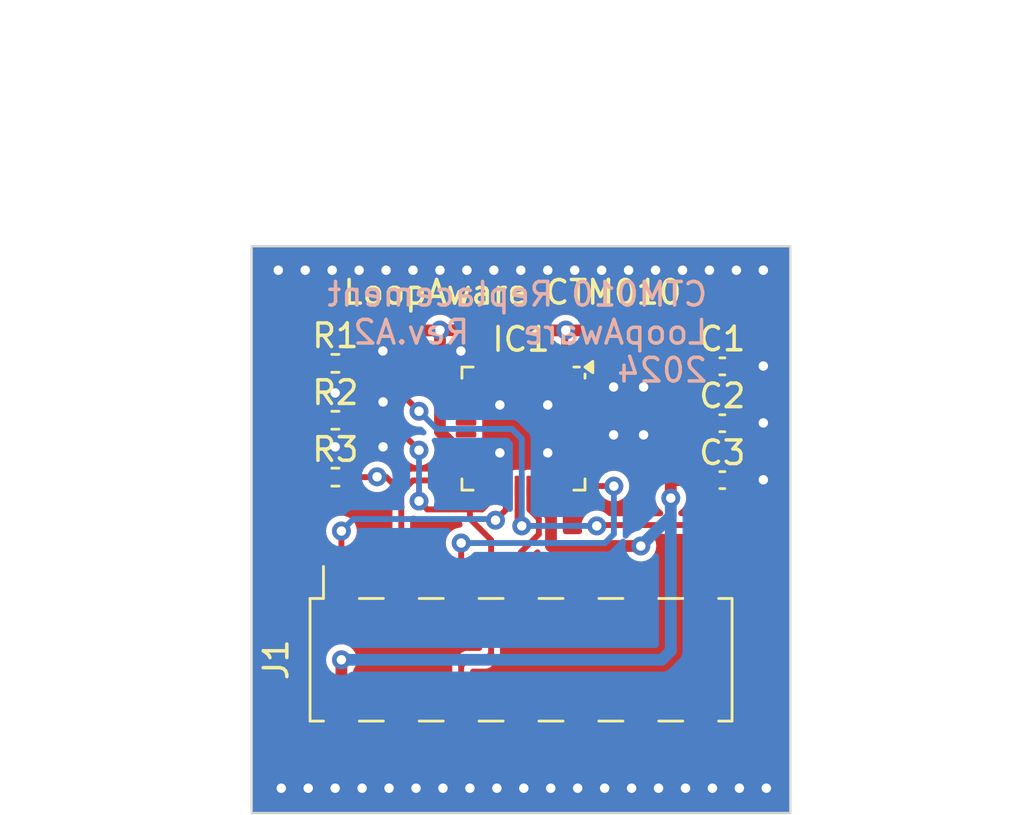
<source format=kicad_pcb>
(kicad_pcb (version 20221018) (generator pcbnew)
  (layers (0 "F.Cu" signal) (31 "B.Cu" signal) (34 "B.Paste" user) (35 "F.Paste" user) (36 "B.SilkS" user "B.Silkscreen") (37 "F.SilkS" user "F.Silkscreen") (38 "B.Mask" user) (39 "F.Mask" user) (44 "Edge.Cuts" user))
  (net 0 "")
  (net 1 "GND")
  (net 2 "IRQ")
  (net 3 "SPI_CLK")
  (net 4 "SPI_MOSI")
  (net 5 "SPI_MISO")
  (net 13 "VDD")
  (net 14 "RESET")
  (net 15 "SPI_CS")
  (footprint "Capacitor_SMD:C_0402_1005Metric" (layer "F.Cu") (at 155.9945 91.454)
    (fp_text reference "C2" (at 0 -1.16) (layer "F.SilkS"))
    (fp_text value "100n")
    (fp_line (start -0.107836 -0.36) (end 0.107836 -0.36) (stroke (width 0.12)) (layer "F.SilkS"))
    (fp_line (start -0.107836 0.36) (end 0.107836 0.36) (stroke (width 0.12)) (layer "F.SilkS"))
    (pad "1" smd roundrect (at -0.48 0) (size 0.56 0.62) (layers "F.Cu" "F.Paste" "F.Mask") (net 13 "VDD"))
    (pad "2" smd roundrect (at 0.48 0) (size 0.56 0.62) (layers "F.Cu" "F.Paste" "F.Mask") (net 1 "GND"))
  )
  (footprint "Resistor_SMD:R_0402_1005Metric" (layer "F.Cu") (at 139.5815 91.327)
    (fp_text reference "R2" (at 0 -1.17) (layer "F.SilkS"))
    (fp_text value "10k")
    (fp_line (start -0.153641 -0.38) (end 0.153641 -0.38) (stroke (width 0.12)) (layer "F.SilkS"))
    (fp_line (start -0.153641 0.38) (end 0.153641 0.38) (stroke (width 0.12)) (layer "F.SilkS"))
    (pad "1" smd roundrect (at -0.51 0) (size 0.54 0.64) (layers "F.Cu" "F.Paste" "F.Mask") (net 13 "VDD"))
    (pad "2" smd roundrect (at 0.51 0) (size 0.54 0.64) (layers "F.Cu" "F.Paste" "F.Mask") (net 2 "IRQ"))
  )
  (footprint "Connector_PinSocket_2.54mm:PinSocket_2x07_P2.54mm_Vertical_SMD" (layer "F.Cu") (at 147.4575 101.487 90)
    (fp_text reference "J1" (at 0 -10.39 90) (layer "F.SilkS"))
    (fp_text value "C84005")
    (fp_line (start -2.6 -8.95) (end -2.6 -8.38) (stroke (width 0.12)) (layer "F.SilkS"))
    (fp_line (start -2.6 -8.95) (end 2.6 -8.95) (stroke (width 0.12)) (layer "F.SilkS"))
    (fp_line (start -2.6 -6.86) (end -2.6 -5.84) (stroke (width 0.12)) (layer "F.SilkS"))
    (fp_line (start -2.6 -4.32) (end -2.6 -3.3) (stroke (width 0.12)) (layer "F.SilkS"))
    (fp_line (start -2.6 -1.78) (end -2.6 -0.76) (stroke (width 0.12)) (layer "F.SilkS"))
    (fp_line (start -2.6 0.76) (end -2.6 1.78) (stroke (width 0.12)) (layer "F.SilkS"))
    (fp_line (start -2.6 3.3) (end -2.6 4.32) (stroke (width 0.12)) (layer "F.SilkS"))
    (fp_line (start -2.6 5.84) (end -2.6 6.86) (stroke (width 0.12)) (layer "F.SilkS"))
    (fp_line (start -2.6 8.38) (end -2.6 8.95) (stroke (width 0.12)) (layer "F.SilkS"))
    (fp_line (start -2.6 8.95) (end 2.6 8.95) (stroke (width 0.12)) (layer "F.SilkS"))
    (fp_line (start 2.6 -8.95) (end 2.6 -8.38) (stroke (width 0.12)) (layer "F.SilkS"))
    (fp_line (start 2.6 -8.38) (end 3.96 -8.38) (stroke (width 0.12)) (layer "F.SilkS"))
    (fp_line (start 2.6 -6.86) (end 2.6 -5.84) (stroke (width 0.12)) (layer "F.SilkS"))
    (fp_line (start 2.6 -4.32) (end 2.6 -3.3) (stroke (width 0.12)) (layer "F.SilkS"))
    (fp_line (start 2.6 -1.78) (end 2.6 -0.76) (stroke (width 0.12)) (layer "F.SilkS"))
    (fp_line (start 2.6 0.76) (end 2.6 1.78) (stroke (width 0.12)) (layer "F.SilkS"))
    (fp_line (start 2.6 3.3) (end 2.6 4.32) (stroke (width 0.12)) (layer "F.SilkS"))
    (fp_line (start 2.6 5.84) (end 2.6 6.86) (stroke (width 0.12)) (layer "F.SilkS"))
    (fp_line (start 2.6 8.38) (end 2.6 8.95) (stroke (width 0.12)) (layer "F.SilkS"))
    (pad "1" smd rect (at 2.52 -7.62 90) (size 3 1) (layers "F.Cu" "F.Paste" "F.Mask") (net 3 "SPI_CLK"))
    (pad "2" smd rect (at -2.52 -7.62 90) (size 3 1) (layers "F.Cu" "F.Paste" "F.Mask") (net 13 "VDD"))
    (pad "3" smd rect (at 2.52 -5.08 90) (size 3 1) (layers "F.Cu" "F.Paste" "F.Mask") (net 14 "RESET"))
    (pad "4" smd rect (at -2.52 -5.08 90) (size 3 1) (layers "F.Cu" "F.Paste" "F.Mask"))
    (pad "5" smd rect (at 2.52 -2.54 90) (size 3 1) (layers "F.Cu" "F.Paste" "F.Mask") (net 5 "SPI_MISO"))
    (pad "6" smd rect (at -2.52 -2.54 90) (size 3 1) (layers "F.Cu" "F.Paste" "F.Mask") (net 2 "IRQ"))
    (pad "7" smd rect (at 2.52 0 90) (size 3 1) (layers "F.Cu" "F.Paste" "F.Mask") (net 4 "SPI_MOSI"))
    (pad "8" smd rect (at -2.52 0 90) (size 3 1) (layers "F.Cu" "F.Paste" "F.Mask"))
    (pad "9" smd rect (at 2.52 2.54 90) (size 3 1) (layers "F.Cu" "F.Paste" "F.Mask"))
    (pad "10" smd rect (at -2.52 2.54 90) (size 3 1) (layers "F.Cu" "F.Paste" "F.Mask"))
    (pad "11" smd rect (at 2.52 5.08 90) (size 3 1) (layers "F.Cu" "F.Paste" "F.Mask"))
    (pad "12" smd rect (at -2.52 5.08 90) (size 3 1) (layers "F.Cu" "F.Paste" "F.Mask") (net 1 "GND"))
    (pad "13" smd rect (at 2.52 7.62 90) (size 3 1) (layers "F.Cu" "F.Paste" "F.Mask") (net 15 "SPI_CS"))
    (pad "14" smd rect (at -2.52 7.62 90) (size 3 1) (layers "F.Cu" "F.Paste" "F.Mask") (net 1 "GND"))
  )
  (footprint "Capacitor_SMD:C_0402_1005Metric" (layer "F.Cu") (at 155.9945 93.867)
    (fp_text reference "C3" (at 0 -1.16) (layer "F.SilkS"))
    (fp_text value "100n")
    (fp_line (start -0.107836 -0.36) (end 0.107836 -0.36) (stroke (width 0.12)) (layer "F.SilkS"))
    (fp_line (start -0.107836 0.36) (end 0.107836 0.36) (stroke (width 0.12)) (layer "F.SilkS"))
    (pad "1" smd roundrect (at -0.48 0) (size 0.56 0.62) (layers "F.Cu" "F.Paste" "F.Mask") (net 13 "VDD"))
    (pad "2" smd roundrect (at 0.48 0) (size 0.56 0.62) (layers "F.Cu" "F.Paste" "F.Mask") (net 1 "GND"))
  )
  (footprint "Capacitor_SMD:C_0402_1005Metric" (layer "F.Cu") (at 155.9945 89.041)
    (fp_text reference "C1" (at 0 -1.16) (layer "F.SilkS"))
    (fp_text value "1u")
    (fp_line (start -0.107836 -0.36) (end 0.107836 -0.36) (stroke (width 0.12)) (layer "F.SilkS"))
    (fp_line (start -0.107836 0.36) (end 0.107836 0.36) (stroke (width 0.12)) (layer "F.SilkS"))
    (pad "1" smd roundrect (at -0.48 0) (size 0.56 0.62) (layers "F.Cu" "F.Paste" "F.Mask") (net 13 "VDD"))
    (pad "2" smd roundrect (at 0.48 0) (size 0.56 0.62) (layers "F.Cu" "F.Paste" "F.Mask") (net 1 "GND"))
  )
  (footprint "Resistor_SMD:R_0402_1005Metric" (layer "F.Cu") (at 139.5815 93.74)
    (fp_text reference "R3" (at 0 -1.17) (layer "F.SilkS"))
    (fp_text value "10k")
    (fp_line (start -0.153641 -0.38) (end 0.153641 -0.38) (stroke (width 0.12)) (layer "F.SilkS"))
    (fp_line (start -0.153641 0.38) (end 0.153641 0.38) (stroke (width 0.12)) (layer "F.SilkS"))
    (pad "1" smd roundrect (at -0.51 0) (size 0.54 0.64) (layers "F.Cu" "F.Paste" "F.Mask") (net 13 "VDD"))
    (pad "2" smd roundrect (at 0.51 0) (size 0.54 0.64) (layers "F.Cu" "F.Paste" "F.Mask") (net 14 "RESET"))
  )
  (footprint "Package_DFN_QFN:QFN-32-1EP_5x5mm_P0.5mm_EP3.1x3.1mm" (layer "F.Cu") (at 147.56 91.68 -90)
    (fp_text reference "IC1" (at -3.782 0.1025 -180) (layer "F.SilkS"))
    (fp_text value "Infineon-SLB9670")
    (fp_line (start -2.61 -2.135) (end -2.61 -2.37) (stroke (width 0.12)) (layer "F.SilkS"))
    (fp_line (start -2.61 2.61) (end -2.61 2.135) (stroke (width 0.12)) (layer "F.SilkS"))
    (fp_line (start -2.135 -2.61) (end -2.31 -2.61) (stroke (width 0.12)) (layer "F.SilkS"))
    (fp_line (start -2.135 2.61) (end -2.61 2.61) (stroke (width 0.12)) (layer "F.SilkS"))
    (fp_line (start 2.135 -2.61) (end 2.61 -2.61) (stroke (width 0.12)) (layer "F.SilkS"))
    (fp_line (start 2.135 2.61) (end 2.61 2.61) (stroke (width 0.12)) (layer "F.SilkS"))
    (fp_line (start 2.61 -2.61) (end 2.61 -2.135) (stroke (width 0.12)) (layer "F.SilkS"))
    (fp_line (start 2.61 2.61) (end 2.61 2.135) (stroke (width 0.12)) (layer "F.SilkS"))
    (fp_poly (pts (xy -2.61 -2.61) (xy -2.85 -2.94) (xy -2.37 -2.94) (xy -2.61 -2.61)) (stroke (width 0.12)) (fill solid) (layer "F.SilkS"))
    (pad "1" smd roundrect (at -2.4375 -1.75 270) (size 0.875 0.25) (layers "F.Cu" "F.Paste" "F.Mask") (net 13 "VDD"))
    (pad "2" smd roundrect (at -2.4375 -1.25 270) (size 0.875 0.25) (layers "F.Cu" "F.Paste" "F.Mask") (net 1 "GND"))
    (pad "3" smd roundrect (at -2.4375 -0.75 270) (size 0.875 0.25) (layers "F.Cu" "F.Paste" "F.Mask"))
    (pad "4" smd roundrect (at -2.4375 -0.25 270) (size 0.875 0.25) (layers "F.Cu" "F.Paste" "F.Mask"))
    (pad "5" smd roundrect (at -2.4375 0.25 270) (size 0.875 0.25) (layers "F.Cu" "F.Paste" "F.Mask"))
    (pad "6" smd roundrect (at -2.4375 0.75 270) (size 0.875 0.25) (layers "F.Cu" "F.Paste" "F.Mask"))
    (pad "7" smd roundrect (at -2.4375 1.25 270) (size 0.875 0.25) (layers "F.Cu" "F.Paste" "F.Mask"))
    (pad "8" smd roundrect (at -2.4375 1.75 270) (size 0.875 0.25) (layers "F.Cu" "F.Paste" "F.Mask") (net 13 "VDD"))
    (pad "9" smd roundrect (at -1.75 2.4375 270) (size 0.25 0.875) (layers "F.Cu" "F.Paste" "F.Mask") (net 1 "GND"))
    (pad "10" smd roundrect (at -1.25 2.4375 270) (size 0.25 0.875) (layers "F.Cu" "F.Paste" "F.Mask"))
    (pad "11" smd roundrect (at -0.75 2.4375 270) (size 0.25 0.875) (layers "F.Cu" "F.Paste" "F.Mask"))
    (pad "12" smd roundrect (at -0.25 2.4375 270) (size 0.25 0.875) (layers "F.Cu" "F.Paste" "F.Mask"))
    (pad "13" smd roundrect (at 0.25 2.4375 270) (size 0.25 0.875) (layers "F.Cu" "F.Paste" "F.Mask"))
    (pad "14" smd roundrect (at 0.75 2.4375 270) (size 0.25 0.875) (layers "F.Cu" "F.Paste" "F.Mask") (net 13 "VDD"))
    (pad "15" smd roundrect (at 1.25 2.4375 270) (size 0.25 0.875) (layers "F.Cu" "F.Paste" "F.Mask"))
    (pad "16" smd roundrect (at 1.75 2.4375 270) (size 0.25 0.875) (layers "F.Cu" "F.Paste" "F.Mask") (net 1 "GND"))
    (pad "17" smd roundrect (at 2.4375 1.75 270) (size 0.875 0.25) (layers "F.Cu" "F.Paste" "F.Mask") (net 14 "RESET"))
    (pad "18" smd roundrect (at 2.4375 1.25 270) (size 0.875 0.25) (layers "F.Cu" "F.Paste" "F.Mask") (net 2 "IRQ"))
    (pad "19" smd roundrect (at 2.4375 0.75 270) (size 0.875 0.25) (layers "F.Cu" "F.Paste" "F.Mask") (net 3 "SPI_CLK"))
    (pad "20" smd roundrect (at 2.4375 0.25 270) (size 0.875 0.25) (layers "F.Cu" "F.Paste" "F.Mask") (net 15 "SPI_CS"))
    (pad "21" smd roundrect (at 2.4375 -0.25 270) (size 0.875 0.25) (layers "F.Cu" "F.Paste" "F.Mask") (net 4 "SPI_MOSI"))
    (pad "22" smd roundrect (at 2.4375 -0.75 270) (size 0.875 0.25) (layers "F.Cu" "F.Paste" "F.Mask") (net 13 "VDD"))
    (pad "23" smd roundrect (at 2.4375 -1.25 270) (size 0.875 0.25) (layers "F.Cu" "F.Paste" "F.Mask") (net 1 "GND"))
    (pad "24" smd roundrect (at 2.4375 -1.75 270) (size 0.875 0.25) (layers "F.Cu" "F.Paste" "F.Mask") (net 5 "SPI_MISO"))
    (pad "25" smd roundrect (at 1.75 -2.4375 270) (size 0.25 0.875) (layers "F.Cu" "F.Paste" "F.Mask"))
    (pad "26" smd roundrect (at 1.25 -2.4375 270) (size 0.25 0.875) (layers "F.Cu" "F.Paste" "F.Mask"))
    (pad "27" smd roundrect (at 0.75 -2.4375 270) (size 0.25 0.875) (layers "F.Cu" "F.Paste" "F.Mask"))
    (pad "28" smd roundrect (at 0.25 -2.4375 270) (size 0.25 0.875) (layers "F.Cu" "F.Paste" "F.Mask"))
    (pad "29" smd roundrect (at -0.25 -2.4375 270) (size 0.25 0.875) (layers "F.Cu" "F.Paste" "F.Mask"))
    (pad "30" smd roundrect (at -0.75 -2.4375 270) (size 0.25 0.875) (layers "F.Cu" "F.Paste" "F.Mask"))
    (pad "31" smd roundrect (at -1.25 -2.4375 270) (size 0.25 0.875) (layers "F.Cu" "F.Paste" "F.Mask"))
    (pad "32" smd roundrect (at -1.75 -2.4375 270) (size 0.25 0.875) (layers "F.Cu" "F.Paste" "F.Mask") (net 1 "GND"))
    (pad "33" smd rect (at 0 0 270) (size 3.1 3.1) (property pad_prop_heatsink) (layers "F.Cu" "F.Mask") (net 1 "GND"))
  )
  (footprint "Resistor_SMD:R_0402_1005Metric" (layer "F.Cu") (at 139.5815 88.914)
    (fp_text reference "R1" (at 0 -1.17) (layer "F.SilkS"))
    (fp_text value "10k")
    (fp_line (start -0.153641 -0.38) (end 0.153641 -0.38) (stroke (width 0.12)) (layer "F.SilkS"))
    (fp_line (start -0.153641 0.38) (end 0.153641 0.38) (stroke (width 0.12)) (layer "F.SilkS"))
    (pad "1" smd roundrect (at -0.51 0) (size 0.54 0.64) (layers "F.Cu" "F.Paste" "F.Mask") (net 13 "VDD"))
    (pad "2" smd roundrect (at 0.51 0) (size 0.54 0.64) (layers "F.Cu" "F.Paste" "F.Mask") (net 15 "SPI_CS"))
  )
  (gr_rect (start 136.0315 83.947) (end 158.877 107.986) (stroke (width 0.1)) (fill none) (layer "Edge.Cuts"))
  (gr_text "CTM010 Replacement\nLoopAware   Rev.A2\n2024" (at 155.448 89.789) (layer "B.SilkS") (effects (font (size 1 1)) (justify left bottom mirror)))
  (gr_text "LoopAware CTM010" (at 139.827 86.487) (layer "F.SilkS") (effects (font (size 1 1)) (justify left bottom)))
  (segment (start 157.72 91.454) (end 157.734 91.44) (width 0.25) (layer "F.Cu") (net 1))
  (segment (start 157.72 93.867) (end 157.734 93.853) (width 0.25) (layer "F.Cu") (net 1))
  (segment (start 156.4745 91.454) (end 157.72 91.454) (width 0.25) (layer "F.Cu") (net 1))
  (segment (start 156.4745 93.867) (end 157.72 93.867) (width 0.25) (layer "F.Cu") (net 1))
  (segment (start 157.72 89.041) (end 157.734 89.027) (width 0.25) (layer "F.Cu") (net 1))
  (segment (start 156.4745 89.041) (end 157.72 89.041) (width 0.25) (layer "F.Cu") (net 1))
  (via (at 157.734 84.963) (size 0.8) (drill 0.4) (layers "F.Cu" "B.Cu") (net 1))
  (via (at 149.733 84.963) (size 0.8) (drill 0.4) (layers "F.Cu" "B.Cu") (net 1))
  (via (at 148.59 92.71) (size 0.8) (drill 0.4) (layers "F.Cu" "B.Cu") (net 1))
  (via (at 144.018 84.963) (size 0.8) (drill 0.4) (layers "F.Cu" "B.Cu") (net 1))
  (via (at 138.303 84.963) (size 0.8) (drill 0.4) (layers "F.Cu" "B.Cu") (net 1))
  (via (at 153.289 106.934) (size 0.8) (drill 0.4) (layers "F.Cu" "B.Cu") (net 1))
  (via (at 139.573 90.17) (size 0.8) (drill 0.4) (layers "F.Cu" "B.Cu") (net 1))
  (via (at 146.558 92.71) (size 0.8) (drill 0.4) (layers "F.Cu" "B.Cu") (net 1))
  (via (at 157.734 91.44) (size 0.8) (drill 0.4) (layers "F.Cu" "B.Cu") (net 1))
  (via (at 140.589 84.963) (size 0.8) (drill 0.4) (layers "F.Cu" "B.Cu") (net 1))
  (via (at 146.558 90.678) (size 0.8) (drill 0.4) (layers "F.Cu" "B.Cu") (net 1))
  (via (at 139.446 84.963) (size 0.8) (drill 0.4) (layers "F.Cu" "B.Cu") (net 1))
  (via (at 145.161 84.963) (size 0.8) (drill 0.4) (layers "F.Cu" "B.Cu") (net 1))
  (via (at 142.875 84.963) (size 0.8) (drill 0.4) (layers "F.Cu" "B.Cu") (net 1))
  (via (at 141.732 84.963) (size 0.8) (drill 0.4) (layers "F.Cu" "B.Cu") (net 1))
  (via (at 148.59 84.963) (size 0.8) (drill 0.4) (layers "F.Cu" "B.Cu") (net 1))
  (via (at 145.288 106.934) (size 0.8) (drill 0.4) (layers "F.Cu" "B.Cu") (net 1))
  (via (at 154.305 84.963) (size 0.8) (drill 0.4) (layers "F.Cu" "B.Cu") (net 1))
  (via (at 156.591 84.963) (size 0.8) (drill 0.4) (layers "F.Cu" "B.Cu") (net 1))
  (via (at 139.573 92.456) (size 0.8) (drill 0.4) (layers "F.Cu" "B.Cu") (net 1))
  (via (at 141.605 90.551) (size 0.8) (drill 0.4) (layers "F.Cu" "B.Cu") (net 1))
  (via (at 146.304 84.963) (size 0.8) (drill 0.4) (layers "F.Cu" "B.Cu") (net 1))
  (via (at 157.734 89.027) (size 0.8) (drill 0.4) (layers "F.Cu" "B.Cu") (net 1))
  (via (at 152.146 106.934) (size 0.8) (drill 0.4) (layers "F.Cu" "B.Cu") (net 1))
  (via (at 141.595724 88.387787) (size 0.8) (drill 0.4) (layers "F.Cu" "B.Cu") (net 1))
  (via (at 154.432 106.934) (size 0.8) (drill 0.4) (layers "F.Cu" "B.Cu") (net 1))
  (via (at 140.716 106.934) (size 0.8) (drill 0.4) (layers "F.Cu" "B.Cu") (net 1))
  (via (at 157.734 93.853) (size 0.8) (drill 0.4) (layers "F.Cu" "B.Cu") (net 1))
  (via (at 152.654 91.948) (size 0.8) (drill 0.4) (layers "F.Cu" "B.Cu") (net 1))
  (via (at 151.384 91.948) (size 0.8) (drill 0.4) (layers "F.Cu" "B.Cu") (net 1))
  (via (at 152.019 84.963) (size 0.8) (drill 0.4) (layers "F.Cu" "B.Cu") (net 1))
  (via (at 141.605 92.456) (size 0.8) (drill 0.4) (layers "F.Cu" "B.Cu") (net 1))
  (via (at 155.575 106.934) (size 0.8) (drill 0.4) (layers "F.Cu" "B.Cu") (net 1))
  (via (at 147.574 106.934) (size 0.8) (drill 0.4) (layers "F.Cu" "B.Cu") (net 1))
  (via (at 148.717 106.934) (size 0.8) (drill 0.4) (layers "F.Cu" "B.Cu") (net 1))
  (via (at 137.287 106.934) (size 0.8) (drill 0.4) (layers "F.Cu" "B.Cu") (net 1))
  (via (at 146.431 106.934) (size 0.8) (drill 0.4) (layers "F.Cu" "B.Cu") (net 1))
  (via (at 143.002 106.934) (size 0.8) (drill 0.4) (layers "F.Cu" "B.Cu") (net 1))
  (via (at 153.162 84.963) (size 0.8) (drill 0.4) (layers "F.Cu" "B.Cu") (net 1))
  (via (at 148.59 90.678) (size 0.8) (drill 0.4) (layers "F.Cu" "B.Cu") (net 1))
  (via (at 147.447 84.963) (size 0.8) (drill 0.4) (layers "F.Cu" "B.Cu") (net 1))
  (via (at 150.876 84.963) (size 0.8) (drill 0.4) (layers "F.Cu" "B.Cu") (net 1))
  (via (at 144.145 106.934) (size 0.8) (drill 0.4) (layers "F.Cu" "B.Cu") (net 1))
  (via (at 141.859 106.934) (size 0.8) (drill 0.4) (layers "F.Cu" "B.Cu") (net 1))
  (via (at 157.861 106.934) (size 0.8) (drill 0.4) (layers "F.Cu" "B.Cu") (net 1))
  (via (at 139.573 106.934) (size 0.8) (drill 0.4) (layers "F.Cu" "B.Cu") (net 1))
  (via (at 152.654 89.916) (size 0.8) (drill 0.4) (layers "F.Cu" "B.Cu") (net 1))
  (via (at 151.384 89.916) (size 0.8) (drill 0.4) (layers "F.Cu" "B.Cu") (net 1))
  (via (at 155.448 84.963) (size 0.8) (drill 0.4) (layers "F.Cu" "B.Cu") (net 1))
  (via (at 138.43 106.934) (size 0.8) (drill 0.4) (layers "F.Cu" "B.Cu") (net 1))
  (via (at 151.003 106.934) (size 0.8) (drill 0.4) (layers "F.Cu" "B.Cu") (net 1))
  (via (at 156.718 106.934) (size 0.8) (drill 0.4) (layers "F.Cu" "B.Cu") (net 1))
  (via (at 149.86 106.934) (size 0.8) (drill 0.4) (layers "F.Cu" "B.Cu") (net 1))
  (via (at 137.16 84.963) (size 0.8) (drill 0.4) (layers "F.Cu" "B.Cu") (net 1))
  (via (at 144.907 88.392) (size 0.8) (drill 0.4) (layers "F.Cu" "B.Cu") (net 1))
  (segment (start 145.8065 95.10824) (end 145.288 95.10824) (width 0.25) (layer "F.Cu") (net 2))
  (segment (start 146.31 94.60474) (end 145.8065 95.10824) (width 0.25) (layer "F.Cu") (net 2))
  (segment (start 144.9175 101.741) (end 144.9175 104.007) (width 0.25) (layer "F.Cu") (net 2))
  (segment (start 146.1875 101.233) (end 145.9335 101.487) (width 0.25) (layer "F.Cu") (net 2))
  (segment (start 145.288 95.10824) (end 143.48124 95.10824) (width 0.25) (layer "F.Cu") (net 2))
  (segment (start 146.31 94.1175) (end 146.31 94.60474) (width 0.25) (layer "F.Cu") (net 2))
  (segment (start 145.288 95.10824) (end 145.288 95.5075) (width 0.25) (layer "F.Cu") (net 2))
  (segment (start 143.48124 95.10824) (end 143.129 94.756) (width 0.25) (layer "F.Cu") (net 2))
  (segment (start 143.129 92.597) (end 141.859 91.327) (width 0.25) (layer "F.Cu") (net 2))
  (segment (start 146.1875 96.407) (end 146.1875 101.233) (width 0.25) (layer "F.Cu") (net 2))
  (segment (start 145.9335 101.487) (end 145.1715 101.487) (width 0.25) (layer "F.Cu") (net 2))
  (segment (start 141.859 91.327) (end 140.0915 91.327) (width 0.25) (layer "F.Cu") (net 2))
  (segment (start 145.1715 101.487) (end 144.9175 101.741) (width 0.25) (layer "F.Cu") (net 2))
  (segment (start 145.288 95.5075) (end 146.1875 96.407) (width 0.25) (layer "F.Cu") (net 2))
  (via (at 143.129 94.756) (size 0.8) (drill 0.4) (layers "F.Cu" "B.Cu") (net 2))
  (via (at 143.129 92.597) (size 0.8) (drill 0.4) (layers "F.Cu" "B.Cu") (net 2))
  (segment (start 143.129 94.756) (end 143.129 92.597) (width 0.25) (layer "B.Cu") (net 2))
  (segment (start 139.8375 96.026) (end 139.8375 98.967) (width 0.25) (layer "F.Cu") (net 3))
  (segment (start 146.81 95.130046) (end 146.81 94.1175) (width 0.25) (layer "F.Cu") (net 3))
  (segment (start 146.372926 95.56712) (end 146.81 95.130046) (width 0.25) (layer "F.Cu") (net 3))
  (via (at 146.372926 95.56712) (size 0.8) (drill 0.4) (layers "F.Cu" "B.Cu") (net 3))
  (via (at 139.8375 96.026) (size 0.8) (drill 0.4) (layers "F.Cu" "B.Cu") (net 3))
  (segment (start 146.372926 95.56712) (end 146.323806 95.518) (width 0.25) (layer "B.Cu") (net 3))
  (segment (start 140.3455 95.518) (end 139.8375 96.026) (width 0.25) (layer "B.Cu") (net 3))
  (segment (start 146.323806 95.518) (end 140.3455 95.518) (width 0.25) (layer "B.Cu") (net 3))
  (segment (start 147.81 95.106187) (end 148.212508 95.508695) (width 0.25) (layer "F.Cu") (net 4))
  (segment (start 147.4575 96.915) (end 147.4575 98.967) (width 0.25) (layer "F.Cu") (net 4))
  (segment (start 147.81 94.1175) (end 147.81 95.106187) (width 0.25) (layer "F.Cu") (net 4))
  (segment (start 148.212508 95.508695) (end 148.212508 96.159992) (width 0.25) (layer "F.Cu") (net 4))
  (segment (start 148.212508 96.159992) (end 147.4575 96.915) (width 0.25) (layer "F.Cu") (net 4))
  (segment (start 144.9175 96.534) (end 144.9175 98.967) (width 0.25) (layer "F.Cu") (net 5))
  (segment (start 151.391 94.1175) (end 151.3945 94.121) (width 0.25) (layer "F.Cu") (net 5))
  (segment (start 149.31 94.1175) (end 151.391 94.1175) (width 0.25) (layer "F.Cu") (net 5))
  (via (at 151.3945 94.121) (size 0.8) (drill 0.4) (layers "F.Cu" "B.Cu") (net 5))
  (via (at 144.9175 96.534) (size 0.8) (drill 0.4) (layers "F.Cu" "B.Cu") (net 5))
  (segment (start 151.0135 96.534) (end 144.9175 96.534) (width 0.25) (layer "B.Cu") (net 5))
  (segment (start 151.3945 94.121) (end 151.3945 96.153) (width 0.25) (layer "B.Cu") (net 5))
  (segment (start 151.3945 96.153) (end 151.0135 96.534) (width 0.25) (layer "B.Cu") (net 5))
  (segment (start 138.3135 93.74) (end 139.0715 93.74) (width 0.5) (layer "F.Cu") (net 13))
  (segment (start 149.352 87.517) (end 146.1875 87.517) (width 0.5) (layer "F.Cu") (net 13))
  (segment (start 148.31 94.1175) (end 148.31 94.60474) (width 0.25) (layer "F.Cu") (net 13))
  (segment (start 144.63526 92.43) (end 144.018 91.81274) (width 0.5) (layer "F.Cu") (net 13))
  (segment (start 145.4255 87.517) (end 144.018 87.503) (width 0.5) (layer "F.Cu") (net 13))
  (segment (start 154.0615 89.041) (end 155.5145 89.041) (width 0.5) (layer "F.Cu") (net 13))
  (segment (start 148.31 94.1175) (end 148.31 94.969791) (width 0.5) (layer "F.Cu") (net 13))
  (segment (start 153.8075 91.454) (end 153.8075 89.295) (width 0.5) (layer "F.Cu") (net 13))
  (segment (start 153.8075 88.787) (end 154.0615 89.041) (width 0.5) (layer "F.Cu") (net 13))
  (segment (start 155.5145 91.454) (end 153.8075 91.454) (width 0.5) (layer "F.Cu") (net 13))
  (segment (start 148.7275 96.661) (end 152.5375 96.661) (width 0.5) (layer "F.Cu") (net 13))
  (segment (start 144.018 87.517) (end 138.4405 87.517) (width 0.5) (layer "F.Cu") (net 13))
  (segment (start 153.8075 94.629) (end 153.8075 93.867) (width 0.5) (layer "F.Cu") (net 13))
  (segment (start 149.31 89.2425) (end 149.31 87.559) (width 0.3) (layer "F.Cu") (net 13))
  (segment (start 155.5145 93.867) (end 153.8075 93.867) (width 0.5) (layer "F.Cu") (net 13))
  (segment (start 153.8075 89.295) (end 154.0615 89.041) (width 0.5) (layer "F.Cu") (net 13))
  (segment (start 139.0715 91.327) (end 138.1865 91.327) (width 0.5) (layer "F.Cu") (net 13))
  (segment (start 145.1225 92.43) (end 144.63526 92.43) (width 0.25) (layer "F.Cu") (net 13))
  (segment (start 138.1865 93.613) (end 138.3135 93.74) (width 0.5) (layer "F.Cu") (net 13))
  (segment (start 153.8075 93.867) (end 153.8075 91.454) (width 0.5) (layer "F.Cu") (net 13))
  (segment (start 139.0715 88.914) (end 138.1865 88.914) (width 0.5) (layer "F.Cu") (net 13))
  (segment (start 149.352 87.517) (end 149.352 87.503) (width 0.25) (layer "F.Cu") (net 13))
  (segment (start 144.018 87.503) (end 144.018 87.517) (width 0.25) (layer "F.Cu") (net 13))
  (segment (start 149.366 87.503) (end 149.352 87.517) (width 0.25) (layer "F.Cu") (net 13))
  (segment (start 152.5375 87.517) (end 149.352 87.517) (width 0.5) (layer "F.Cu") (net 13))
  (segment (start 149.352 87.503) (end 149.366 87.503) (width 0.25) (layer "F.Cu") (net 13))
  (segment (start 145.8065 87.898) (end 145.4255 87.517) (width 0.5) (layer "F.Cu") (net 13))
  (segment (start 145.81 87.9015) (end 145.81 89.2425) (width 0.5) (layer "F.Cu") (net 13))
  (segment (start 148.7275 95.387291) (end 148.7275 96.661) (width 0.5) (layer "F.Cu") (net 13))
  (segment (start 138.1865 88.914) (end 138.1865 91.327) (width 0.5) (layer "F.Cu") (net 13))
  (segment (start 153.8075 88.787) (end 152.5375 87.517) (width 0.5) (layer "F.Cu") (net 13))
  (segment (start 144.018 91.81274) (end 144.018 87.517) (width 0.5) (layer "F.Cu") (net 13))
  (segment (start 145.8065 87.898) (end 145.81 87.9015) (width 0.25) (layer "F.Cu") (net 13))
  (segment (start 138.1865 91.327) (end 138.1865 93.613) (width 0.5) (layer "F.Cu") (net 13))
  (segment (start 139.8375 101.487) (end 139.8375 104.007) (width 0.5) (layer "F.Cu") (net 13))
  (segment (start 146.1875 87.517) (end 145.8065 87.898) (width 0.5) (layer "F.Cu") (net 13))
  (segment (start 149.31 87.559) (end 149.352 87.517) (width 0.25) (layer "F.Cu") (net 13))
  (segment (start 138.4405 87.517) (end 138.1865 87.771) (width 0.5) (layer "F.Cu") (net 13))
  (segment (start 148.31 94.969791) (end 148.7275 95.387291) (width 0.5) (layer "F.Cu") (net 13))
  (segment (start 138.1865 87.771) (end 138.1865 88.914) (width 0.5) (layer "F.Cu") (net 13))
  (via (at 149.352 87.503) (size 0.8) (drill 0.4) (layers "F.Cu" "B.Cu") (net 13))
  (via (at 153.8075 94.629) (size 0.8) (drill 0.4) (layers "F.Cu" "B.Cu") (net 13))
  (via (at 144.018 87.503) (size 0.8) (drill 0.4) (layers "F.Cu" "B.Cu") (net 13))
  (via (at 139.8375 101.487) (size 0.8) (drill 0.4) (layers "F.Cu" "B.Cu") (net 13))
  (via (at 152.5375 96.661) (size 0.8) (drill 0.4) (layers "F.Cu" "B.Cu") (net 13))
  (segment (start 139.8375 101.487) (end 153.4265 101.487) (width 0.5) (layer "B.Cu") (net 13))
  (segment (start 153.8075 101.106) (end 153.8075 94.629) (width 0.5) (layer "B.Cu") (net 13))
  (segment (start 153.4265 101.487) (end 153.8075 101.106) (width 0.5) (layer "B.Cu") (net 13))
  (segment (start 153.8075 95.391) (end 153.8075 94.629) (width 0.25) (layer "B.Cu") (net 13))
  (segment (start 152.5375 96.661) (end 153.8075 95.391) (width 0.5) (layer "B.Cu") (net 13))
  (segment (start 141.351 93.726) (end 141.365 93.74) (width 0.25) (layer "F.Cu") (net 14))
  (segment (start 143.9015 94.1175) (end 143.664 93.88) (width 0.25) (layer "F.Cu") (net 14))
  (segment (start 140.0915 93.74) (end 141.337 93.74) (width 0.25) (layer "F.Cu") (net 14))
  (segment (start 142.8725 93.88) (end 142.3775 94.375) (width 0.25) (layer "F.Cu") (net 14))
  (segment (start 141.365 93.74) (end 141.7425 93.74) (width 0.25) (layer "F.Cu") (net 14))
  (segment (start 141.337 93.74) (end 141.351 93.726) (width 0.25) (layer "F.Cu") (net 14))
  (segment (start 145.81 94.1175) (end 143.9015 94.1175) (width 0.25) (layer "F.Cu") (net 14))
  (segment (start 142.3775 98.967) (end 142.3775 94.375) (width 0.25) (layer "F.Cu") (net 14))
  (segment (start 141.7425 93.74) (end 142.3775 94.375) (width 0.25) (layer "F.Cu") (net 14))
  (segment (start 143.664 93.88) (end 142.8725 93.88) (width 0.25) (layer "F.Cu") (net 14))
  (via (at 141.351 93.726) (size 0.8) (drill 0.4) (layers "F.Cu" "B.Cu") (net 14))
  (segment (start 147.31 94.1175) (end 147.31 95.631492) (width 0.25) (layer "F.Cu") (net 15))
  (segment (start 143.129 90.946) (end 141.097 88.914) (width 0.25) (layer "F.Cu") (net 15))
  (segment (start 150.7065 95.772) (end 154.8235 95.772) (width 0.25) (layer "F.Cu") (net 15))
  (segment (start 147.31 95.631492) (end 147.487508 95.809) (width 0.25) (layer "F.Cu") (net 15))
  (segment (start 154.8235 95.772) (end 155.0775 96.026) (width 0.25) (layer "F.Cu") (net 15))
  (segment (start 155.0775 96.026) (end 155.0775 98.967) (width 0.25) (layer "F.Cu") (net 15))
  (segment (start 141.097 88.914) (end 140.0915 88.914) (width 0.25) (layer "F.Cu") (net 15))
  (segment (start 150.6695 95.809) (end 150.7065 95.772) (width 0.25) (layer "F.Cu") (net 15))
  (via (at 147.487508 95.809) (size 0.8) (drill 0.4) (layers "F.Cu" "B.Cu") (net 15))
  (via (at 143.129 90.946) (size 0.8) (drill 0.4) (layers "F.Cu" "B.Cu") (net 15))
  (via (at 150.6695 95.809) (size 0.8) (drill 0.4) (layers "F.Cu" "B.Cu") (net 15))
  (segment (start 147.066 91.694) (end 147.487508 92.115508) (width 0.25) (layer "B.Cu") (net 15))
  (segment (start 143.129 90.946) (end 143.877 91.694) (width 0.25) (layer "B.Cu") (net 15))
  (segment (start 147.487508 92.115508) (end 147.487508 95.809) (width 0.25) (layer "B.Cu") (net 15))
  (segment (start 147.487508 95.809) (end 150.6695 95.809) (width 0.25) (layer "B.Cu") (net 15))
  (segment (start 143.877 91.694) (end 147.066 91.694) (width 0.25) (layer "B.Cu") (net 15))
  (zone (net 1) (net_name "GND") (layers "F&B.Cu") (name "Groundplane") (connect_pads (clearance 0.25)) (min_thickness 0.25) (fill yes (thermal_gap 0.5) (thermal_bridge_width 0.5) (smoothing chamfer))
    (polygon (pts (xy 136.017 83.82) (xy 159.004 83.82) (xy 159.004 108.077) (xy 136.017 108.077)))
  )
)
</source>
